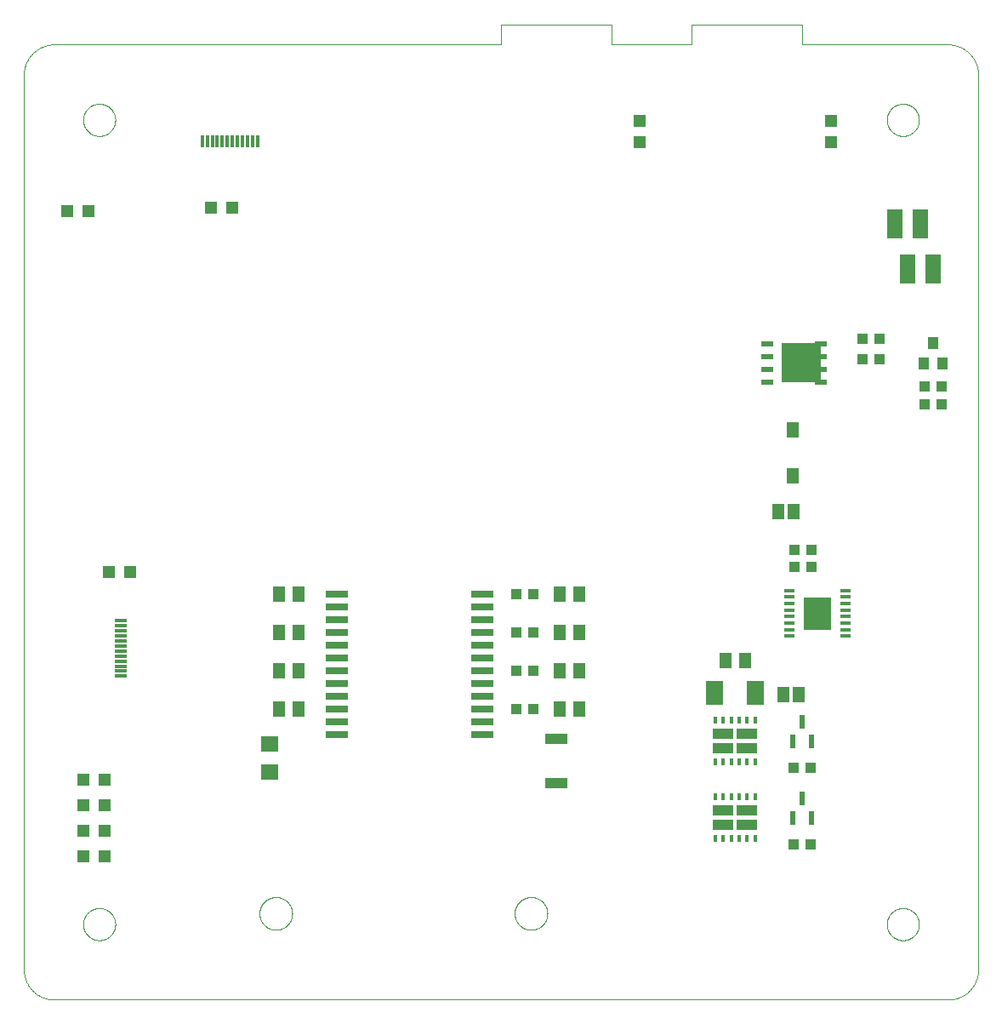
<source format=gtp>
G75*
%MOIN*%
%OFA0B0*%
%FSLAX25Y25*%
%IPPOS*%
%LPD*%
%AMOC8*
5,1,8,0,0,1.08239X$1,22.5*
%
%ADD10C,0.00000*%
%ADD11R,0.07087X0.06299*%
%ADD12R,0.04331X0.03937*%
%ADD13R,0.05118X0.05906*%
%ADD14R,0.02362X0.05630*%
%ADD15R,0.07087X0.09449*%
%ADD16R,0.03937X0.01575*%
%ADD17R,0.10866X0.13110*%
%ADD18R,0.01575X0.02559*%
%ADD19R,0.08268X0.03937*%
%ADD20R,0.04724X0.04724*%
%ADD21R,0.03937X0.05000*%
%ADD22R,0.09016X0.02992*%
%ADD23R,0.09055X0.04134*%
%ADD24R,0.04600X0.06300*%
%ADD25R,0.04724X0.01181*%
%ADD26R,0.01181X0.04724*%
%ADD27R,0.05000X0.02402*%
%ADD28R,0.15394X0.15394*%
%ADD29R,0.05906X0.11811*%
D10*
X0056111Y0063050D02*
X0406505Y0063050D01*
X0406790Y0063053D01*
X0407076Y0063064D01*
X0407361Y0063081D01*
X0407645Y0063105D01*
X0407929Y0063136D01*
X0408212Y0063174D01*
X0408493Y0063219D01*
X0408774Y0063270D01*
X0409054Y0063328D01*
X0409332Y0063393D01*
X0409608Y0063465D01*
X0409882Y0063543D01*
X0410155Y0063628D01*
X0410425Y0063720D01*
X0410693Y0063818D01*
X0410959Y0063922D01*
X0411222Y0064033D01*
X0411482Y0064150D01*
X0411740Y0064273D01*
X0411994Y0064403D01*
X0412245Y0064539D01*
X0412493Y0064680D01*
X0412737Y0064828D01*
X0412978Y0064981D01*
X0413214Y0065141D01*
X0413447Y0065306D01*
X0413676Y0065476D01*
X0413901Y0065652D01*
X0414121Y0065834D01*
X0414337Y0066020D01*
X0414548Y0066212D01*
X0414755Y0066409D01*
X0414957Y0066611D01*
X0415154Y0066818D01*
X0415346Y0067029D01*
X0415532Y0067245D01*
X0415714Y0067465D01*
X0415890Y0067690D01*
X0416060Y0067919D01*
X0416225Y0068152D01*
X0416385Y0068388D01*
X0416538Y0068629D01*
X0416686Y0068873D01*
X0416827Y0069121D01*
X0416963Y0069372D01*
X0417093Y0069626D01*
X0417216Y0069884D01*
X0417333Y0070144D01*
X0417444Y0070407D01*
X0417548Y0070673D01*
X0417646Y0070941D01*
X0417738Y0071211D01*
X0417823Y0071484D01*
X0417901Y0071758D01*
X0417973Y0072034D01*
X0418038Y0072312D01*
X0418096Y0072592D01*
X0418147Y0072873D01*
X0418192Y0073154D01*
X0418230Y0073437D01*
X0418261Y0073721D01*
X0418285Y0074005D01*
X0418302Y0074290D01*
X0418313Y0074576D01*
X0418316Y0074861D01*
X0418316Y0425255D01*
X0418313Y0425540D01*
X0418302Y0425826D01*
X0418285Y0426111D01*
X0418261Y0426395D01*
X0418230Y0426679D01*
X0418192Y0426962D01*
X0418147Y0427243D01*
X0418096Y0427524D01*
X0418038Y0427804D01*
X0417973Y0428082D01*
X0417901Y0428358D01*
X0417823Y0428632D01*
X0417738Y0428905D01*
X0417646Y0429175D01*
X0417548Y0429443D01*
X0417444Y0429709D01*
X0417333Y0429972D01*
X0417216Y0430232D01*
X0417093Y0430490D01*
X0416963Y0430744D01*
X0416827Y0430995D01*
X0416686Y0431243D01*
X0416538Y0431487D01*
X0416385Y0431728D01*
X0416225Y0431964D01*
X0416060Y0432197D01*
X0415890Y0432426D01*
X0415714Y0432651D01*
X0415532Y0432871D01*
X0415346Y0433087D01*
X0415154Y0433298D01*
X0414957Y0433505D01*
X0414755Y0433707D01*
X0414548Y0433904D01*
X0414337Y0434096D01*
X0414121Y0434282D01*
X0413901Y0434464D01*
X0413676Y0434640D01*
X0413447Y0434810D01*
X0413214Y0434975D01*
X0412978Y0435135D01*
X0412737Y0435288D01*
X0412493Y0435436D01*
X0412245Y0435577D01*
X0411994Y0435713D01*
X0411740Y0435843D01*
X0411482Y0435966D01*
X0411222Y0436083D01*
X0410959Y0436194D01*
X0410693Y0436298D01*
X0410425Y0436396D01*
X0410155Y0436488D01*
X0409882Y0436573D01*
X0409608Y0436651D01*
X0409332Y0436723D01*
X0409054Y0436788D01*
X0408774Y0436846D01*
X0408493Y0436897D01*
X0408212Y0436942D01*
X0407929Y0436980D01*
X0407645Y0437011D01*
X0407361Y0437035D01*
X0407076Y0437052D01*
X0406790Y0437063D01*
X0406505Y0437066D01*
X0349418Y0437066D01*
X0349418Y0444940D01*
X0306111Y0444940D01*
X0306111Y0437066D01*
X0274615Y0437066D01*
X0274615Y0444940D01*
X0231308Y0444940D01*
X0231308Y0437066D01*
X0056111Y0437066D01*
X0055826Y0437063D01*
X0055540Y0437052D01*
X0055255Y0437035D01*
X0054971Y0437011D01*
X0054687Y0436980D01*
X0054404Y0436942D01*
X0054123Y0436897D01*
X0053842Y0436846D01*
X0053562Y0436788D01*
X0053284Y0436723D01*
X0053008Y0436651D01*
X0052734Y0436573D01*
X0052461Y0436488D01*
X0052191Y0436396D01*
X0051923Y0436298D01*
X0051657Y0436194D01*
X0051394Y0436083D01*
X0051134Y0435966D01*
X0050876Y0435843D01*
X0050622Y0435713D01*
X0050371Y0435577D01*
X0050123Y0435436D01*
X0049879Y0435288D01*
X0049638Y0435135D01*
X0049402Y0434975D01*
X0049169Y0434810D01*
X0048940Y0434640D01*
X0048715Y0434464D01*
X0048495Y0434282D01*
X0048279Y0434096D01*
X0048068Y0433904D01*
X0047861Y0433707D01*
X0047659Y0433505D01*
X0047462Y0433298D01*
X0047270Y0433087D01*
X0047084Y0432871D01*
X0046902Y0432651D01*
X0046726Y0432426D01*
X0046556Y0432197D01*
X0046391Y0431964D01*
X0046231Y0431728D01*
X0046078Y0431487D01*
X0045930Y0431243D01*
X0045789Y0430995D01*
X0045653Y0430744D01*
X0045523Y0430490D01*
X0045400Y0430232D01*
X0045283Y0429972D01*
X0045172Y0429709D01*
X0045068Y0429443D01*
X0044970Y0429175D01*
X0044878Y0428905D01*
X0044793Y0428632D01*
X0044715Y0428358D01*
X0044643Y0428082D01*
X0044578Y0427804D01*
X0044520Y0427524D01*
X0044469Y0427243D01*
X0044424Y0426962D01*
X0044386Y0426679D01*
X0044355Y0426395D01*
X0044331Y0426111D01*
X0044314Y0425826D01*
X0044303Y0425540D01*
X0044300Y0425255D01*
X0044300Y0074861D01*
X0044303Y0074576D01*
X0044314Y0074290D01*
X0044331Y0074005D01*
X0044355Y0073721D01*
X0044386Y0073437D01*
X0044424Y0073154D01*
X0044469Y0072873D01*
X0044520Y0072592D01*
X0044578Y0072312D01*
X0044643Y0072034D01*
X0044715Y0071758D01*
X0044793Y0071484D01*
X0044878Y0071211D01*
X0044970Y0070941D01*
X0045068Y0070673D01*
X0045172Y0070407D01*
X0045283Y0070144D01*
X0045400Y0069884D01*
X0045523Y0069626D01*
X0045653Y0069372D01*
X0045789Y0069121D01*
X0045930Y0068873D01*
X0046078Y0068629D01*
X0046231Y0068388D01*
X0046391Y0068152D01*
X0046556Y0067919D01*
X0046726Y0067690D01*
X0046902Y0067465D01*
X0047084Y0067245D01*
X0047270Y0067029D01*
X0047462Y0066818D01*
X0047659Y0066611D01*
X0047861Y0066409D01*
X0048068Y0066212D01*
X0048279Y0066020D01*
X0048495Y0065834D01*
X0048715Y0065652D01*
X0048940Y0065476D01*
X0049169Y0065306D01*
X0049402Y0065141D01*
X0049638Y0064981D01*
X0049879Y0064828D01*
X0050123Y0064680D01*
X0050371Y0064539D01*
X0050622Y0064403D01*
X0050876Y0064273D01*
X0051134Y0064150D01*
X0051394Y0064033D01*
X0051657Y0063922D01*
X0051923Y0063818D01*
X0052191Y0063720D01*
X0052461Y0063628D01*
X0052734Y0063543D01*
X0053008Y0063465D01*
X0053284Y0063393D01*
X0053562Y0063328D01*
X0053842Y0063270D01*
X0054123Y0063219D01*
X0054404Y0063174D01*
X0054687Y0063136D01*
X0054971Y0063105D01*
X0055255Y0063081D01*
X0055540Y0063064D01*
X0055826Y0063053D01*
X0056111Y0063050D01*
X0067529Y0092578D02*
X0067531Y0092736D01*
X0067537Y0092894D01*
X0067547Y0093052D01*
X0067561Y0093210D01*
X0067579Y0093367D01*
X0067600Y0093524D01*
X0067626Y0093680D01*
X0067656Y0093836D01*
X0067689Y0093991D01*
X0067727Y0094144D01*
X0067768Y0094297D01*
X0067813Y0094449D01*
X0067862Y0094600D01*
X0067915Y0094749D01*
X0067971Y0094897D01*
X0068031Y0095043D01*
X0068095Y0095188D01*
X0068163Y0095331D01*
X0068234Y0095473D01*
X0068308Y0095613D01*
X0068386Y0095750D01*
X0068468Y0095886D01*
X0068552Y0096020D01*
X0068641Y0096151D01*
X0068732Y0096280D01*
X0068827Y0096407D01*
X0068924Y0096532D01*
X0069025Y0096654D01*
X0069129Y0096773D01*
X0069236Y0096890D01*
X0069346Y0097004D01*
X0069459Y0097115D01*
X0069574Y0097224D01*
X0069692Y0097329D01*
X0069813Y0097431D01*
X0069936Y0097531D01*
X0070062Y0097627D01*
X0070190Y0097720D01*
X0070320Y0097810D01*
X0070453Y0097896D01*
X0070588Y0097980D01*
X0070724Y0098059D01*
X0070863Y0098136D01*
X0071004Y0098208D01*
X0071146Y0098278D01*
X0071290Y0098343D01*
X0071436Y0098405D01*
X0071583Y0098463D01*
X0071732Y0098518D01*
X0071882Y0098569D01*
X0072033Y0098616D01*
X0072185Y0098659D01*
X0072338Y0098698D01*
X0072493Y0098734D01*
X0072648Y0098765D01*
X0072804Y0098793D01*
X0072960Y0098817D01*
X0073117Y0098837D01*
X0073275Y0098853D01*
X0073432Y0098865D01*
X0073591Y0098873D01*
X0073749Y0098877D01*
X0073907Y0098877D01*
X0074065Y0098873D01*
X0074224Y0098865D01*
X0074381Y0098853D01*
X0074539Y0098837D01*
X0074696Y0098817D01*
X0074852Y0098793D01*
X0075008Y0098765D01*
X0075163Y0098734D01*
X0075318Y0098698D01*
X0075471Y0098659D01*
X0075623Y0098616D01*
X0075774Y0098569D01*
X0075924Y0098518D01*
X0076073Y0098463D01*
X0076220Y0098405D01*
X0076366Y0098343D01*
X0076510Y0098278D01*
X0076652Y0098208D01*
X0076793Y0098136D01*
X0076932Y0098059D01*
X0077068Y0097980D01*
X0077203Y0097896D01*
X0077336Y0097810D01*
X0077466Y0097720D01*
X0077594Y0097627D01*
X0077720Y0097531D01*
X0077843Y0097431D01*
X0077964Y0097329D01*
X0078082Y0097224D01*
X0078197Y0097115D01*
X0078310Y0097004D01*
X0078420Y0096890D01*
X0078527Y0096773D01*
X0078631Y0096654D01*
X0078732Y0096532D01*
X0078829Y0096407D01*
X0078924Y0096280D01*
X0079015Y0096151D01*
X0079104Y0096020D01*
X0079188Y0095886D01*
X0079270Y0095750D01*
X0079348Y0095613D01*
X0079422Y0095473D01*
X0079493Y0095331D01*
X0079561Y0095188D01*
X0079625Y0095043D01*
X0079685Y0094897D01*
X0079741Y0094749D01*
X0079794Y0094600D01*
X0079843Y0094449D01*
X0079888Y0094297D01*
X0079929Y0094144D01*
X0079967Y0093991D01*
X0080000Y0093836D01*
X0080030Y0093680D01*
X0080056Y0093524D01*
X0080077Y0093367D01*
X0080095Y0093210D01*
X0080109Y0093052D01*
X0080119Y0092894D01*
X0080125Y0092736D01*
X0080127Y0092578D01*
X0080125Y0092420D01*
X0080119Y0092262D01*
X0080109Y0092104D01*
X0080095Y0091946D01*
X0080077Y0091789D01*
X0080056Y0091632D01*
X0080030Y0091476D01*
X0080000Y0091320D01*
X0079967Y0091165D01*
X0079929Y0091012D01*
X0079888Y0090859D01*
X0079843Y0090707D01*
X0079794Y0090556D01*
X0079741Y0090407D01*
X0079685Y0090259D01*
X0079625Y0090113D01*
X0079561Y0089968D01*
X0079493Y0089825D01*
X0079422Y0089683D01*
X0079348Y0089543D01*
X0079270Y0089406D01*
X0079188Y0089270D01*
X0079104Y0089136D01*
X0079015Y0089005D01*
X0078924Y0088876D01*
X0078829Y0088749D01*
X0078732Y0088624D01*
X0078631Y0088502D01*
X0078527Y0088383D01*
X0078420Y0088266D01*
X0078310Y0088152D01*
X0078197Y0088041D01*
X0078082Y0087932D01*
X0077964Y0087827D01*
X0077843Y0087725D01*
X0077720Y0087625D01*
X0077594Y0087529D01*
X0077466Y0087436D01*
X0077336Y0087346D01*
X0077203Y0087260D01*
X0077068Y0087176D01*
X0076932Y0087097D01*
X0076793Y0087020D01*
X0076652Y0086948D01*
X0076510Y0086878D01*
X0076366Y0086813D01*
X0076220Y0086751D01*
X0076073Y0086693D01*
X0075924Y0086638D01*
X0075774Y0086587D01*
X0075623Y0086540D01*
X0075471Y0086497D01*
X0075318Y0086458D01*
X0075163Y0086422D01*
X0075008Y0086391D01*
X0074852Y0086363D01*
X0074696Y0086339D01*
X0074539Y0086319D01*
X0074381Y0086303D01*
X0074224Y0086291D01*
X0074065Y0086283D01*
X0073907Y0086279D01*
X0073749Y0086279D01*
X0073591Y0086283D01*
X0073432Y0086291D01*
X0073275Y0086303D01*
X0073117Y0086319D01*
X0072960Y0086339D01*
X0072804Y0086363D01*
X0072648Y0086391D01*
X0072493Y0086422D01*
X0072338Y0086458D01*
X0072185Y0086497D01*
X0072033Y0086540D01*
X0071882Y0086587D01*
X0071732Y0086638D01*
X0071583Y0086693D01*
X0071436Y0086751D01*
X0071290Y0086813D01*
X0071146Y0086878D01*
X0071004Y0086948D01*
X0070863Y0087020D01*
X0070724Y0087097D01*
X0070588Y0087176D01*
X0070453Y0087260D01*
X0070320Y0087346D01*
X0070190Y0087436D01*
X0070062Y0087529D01*
X0069936Y0087625D01*
X0069813Y0087725D01*
X0069692Y0087827D01*
X0069574Y0087932D01*
X0069459Y0088041D01*
X0069346Y0088152D01*
X0069236Y0088266D01*
X0069129Y0088383D01*
X0069025Y0088502D01*
X0068924Y0088624D01*
X0068827Y0088749D01*
X0068732Y0088876D01*
X0068641Y0089005D01*
X0068552Y0089136D01*
X0068468Y0089270D01*
X0068386Y0089406D01*
X0068308Y0089543D01*
X0068234Y0089683D01*
X0068163Y0089825D01*
X0068095Y0089968D01*
X0068031Y0090113D01*
X0067971Y0090259D01*
X0067915Y0090407D01*
X0067862Y0090556D01*
X0067813Y0090707D01*
X0067768Y0090859D01*
X0067727Y0091012D01*
X0067689Y0091165D01*
X0067656Y0091320D01*
X0067626Y0091476D01*
X0067600Y0091632D01*
X0067579Y0091789D01*
X0067561Y0091946D01*
X0067547Y0092104D01*
X0067537Y0092262D01*
X0067531Y0092420D01*
X0067529Y0092578D01*
X0136652Y0096770D02*
X0136654Y0096930D01*
X0136660Y0097089D01*
X0136670Y0097248D01*
X0136684Y0097407D01*
X0136702Y0097566D01*
X0136723Y0097724D01*
X0136749Y0097881D01*
X0136779Y0098038D01*
X0136812Y0098194D01*
X0136850Y0098349D01*
X0136891Y0098503D01*
X0136936Y0098656D01*
X0136985Y0098808D01*
X0137038Y0098958D01*
X0137094Y0099107D01*
X0137154Y0099255D01*
X0137218Y0099401D01*
X0137286Y0099546D01*
X0137357Y0099689D01*
X0137431Y0099830D01*
X0137509Y0099969D01*
X0137591Y0100106D01*
X0137676Y0100241D01*
X0137764Y0100374D01*
X0137855Y0100505D01*
X0137950Y0100633D01*
X0138048Y0100759D01*
X0138149Y0100883D01*
X0138253Y0101003D01*
X0138360Y0101122D01*
X0138470Y0101237D01*
X0138583Y0101350D01*
X0138698Y0101460D01*
X0138817Y0101567D01*
X0138937Y0101671D01*
X0139061Y0101772D01*
X0139187Y0101870D01*
X0139315Y0101965D01*
X0139446Y0102056D01*
X0139579Y0102144D01*
X0139714Y0102229D01*
X0139851Y0102311D01*
X0139990Y0102389D01*
X0140131Y0102463D01*
X0140274Y0102534D01*
X0140419Y0102602D01*
X0140565Y0102666D01*
X0140713Y0102726D01*
X0140862Y0102782D01*
X0141012Y0102835D01*
X0141164Y0102884D01*
X0141317Y0102929D01*
X0141471Y0102970D01*
X0141626Y0103008D01*
X0141782Y0103041D01*
X0141939Y0103071D01*
X0142096Y0103097D01*
X0142254Y0103118D01*
X0142413Y0103136D01*
X0142572Y0103150D01*
X0142731Y0103160D01*
X0142890Y0103166D01*
X0143050Y0103168D01*
X0143210Y0103166D01*
X0143369Y0103160D01*
X0143528Y0103150D01*
X0143687Y0103136D01*
X0143846Y0103118D01*
X0144004Y0103097D01*
X0144161Y0103071D01*
X0144318Y0103041D01*
X0144474Y0103008D01*
X0144629Y0102970D01*
X0144783Y0102929D01*
X0144936Y0102884D01*
X0145088Y0102835D01*
X0145238Y0102782D01*
X0145387Y0102726D01*
X0145535Y0102666D01*
X0145681Y0102602D01*
X0145826Y0102534D01*
X0145969Y0102463D01*
X0146110Y0102389D01*
X0146249Y0102311D01*
X0146386Y0102229D01*
X0146521Y0102144D01*
X0146654Y0102056D01*
X0146785Y0101965D01*
X0146913Y0101870D01*
X0147039Y0101772D01*
X0147163Y0101671D01*
X0147283Y0101567D01*
X0147402Y0101460D01*
X0147517Y0101350D01*
X0147630Y0101237D01*
X0147740Y0101122D01*
X0147847Y0101003D01*
X0147951Y0100883D01*
X0148052Y0100759D01*
X0148150Y0100633D01*
X0148245Y0100505D01*
X0148336Y0100374D01*
X0148424Y0100241D01*
X0148509Y0100106D01*
X0148591Y0099969D01*
X0148669Y0099830D01*
X0148743Y0099689D01*
X0148814Y0099546D01*
X0148882Y0099401D01*
X0148946Y0099255D01*
X0149006Y0099107D01*
X0149062Y0098958D01*
X0149115Y0098808D01*
X0149164Y0098656D01*
X0149209Y0098503D01*
X0149250Y0098349D01*
X0149288Y0098194D01*
X0149321Y0098038D01*
X0149351Y0097881D01*
X0149377Y0097724D01*
X0149398Y0097566D01*
X0149416Y0097407D01*
X0149430Y0097248D01*
X0149440Y0097089D01*
X0149446Y0096930D01*
X0149448Y0096770D01*
X0149446Y0096610D01*
X0149440Y0096451D01*
X0149430Y0096292D01*
X0149416Y0096133D01*
X0149398Y0095974D01*
X0149377Y0095816D01*
X0149351Y0095659D01*
X0149321Y0095502D01*
X0149288Y0095346D01*
X0149250Y0095191D01*
X0149209Y0095037D01*
X0149164Y0094884D01*
X0149115Y0094732D01*
X0149062Y0094582D01*
X0149006Y0094433D01*
X0148946Y0094285D01*
X0148882Y0094139D01*
X0148814Y0093994D01*
X0148743Y0093851D01*
X0148669Y0093710D01*
X0148591Y0093571D01*
X0148509Y0093434D01*
X0148424Y0093299D01*
X0148336Y0093166D01*
X0148245Y0093035D01*
X0148150Y0092907D01*
X0148052Y0092781D01*
X0147951Y0092657D01*
X0147847Y0092537D01*
X0147740Y0092418D01*
X0147630Y0092303D01*
X0147517Y0092190D01*
X0147402Y0092080D01*
X0147283Y0091973D01*
X0147163Y0091869D01*
X0147039Y0091768D01*
X0146913Y0091670D01*
X0146785Y0091575D01*
X0146654Y0091484D01*
X0146521Y0091396D01*
X0146386Y0091311D01*
X0146249Y0091229D01*
X0146110Y0091151D01*
X0145969Y0091077D01*
X0145826Y0091006D01*
X0145681Y0090938D01*
X0145535Y0090874D01*
X0145387Y0090814D01*
X0145238Y0090758D01*
X0145088Y0090705D01*
X0144936Y0090656D01*
X0144783Y0090611D01*
X0144629Y0090570D01*
X0144474Y0090532D01*
X0144318Y0090499D01*
X0144161Y0090469D01*
X0144004Y0090443D01*
X0143846Y0090422D01*
X0143687Y0090404D01*
X0143528Y0090390D01*
X0143369Y0090380D01*
X0143210Y0090374D01*
X0143050Y0090372D01*
X0142890Y0090374D01*
X0142731Y0090380D01*
X0142572Y0090390D01*
X0142413Y0090404D01*
X0142254Y0090422D01*
X0142096Y0090443D01*
X0141939Y0090469D01*
X0141782Y0090499D01*
X0141626Y0090532D01*
X0141471Y0090570D01*
X0141317Y0090611D01*
X0141164Y0090656D01*
X0141012Y0090705D01*
X0140862Y0090758D01*
X0140713Y0090814D01*
X0140565Y0090874D01*
X0140419Y0090938D01*
X0140274Y0091006D01*
X0140131Y0091077D01*
X0139990Y0091151D01*
X0139851Y0091229D01*
X0139714Y0091311D01*
X0139579Y0091396D01*
X0139446Y0091484D01*
X0139315Y0091575D01*
X0139187Y0091670D01*
X0139061Y0091768D01*
X0138937Y0091869D01*
X0138817Y0091973D01*
X0138698Y0092080D01*
X0138583Y0092190D01*
X0138470Y0092303D01*
X0138360Y0092418D01*
X0138253Y0092537D01*
X0138149Y0092657D01*
X0138048Y0092781D01*
X0137950Y0092907D01*
X0137855Y0093035D01*
X0137764Y0093166D01*
X0137676Y0093299D01*
X0137591Y0093434D01*
X0137509Y0093571D01*
X0137431Y0093710D01*
X0137357Y0093851D01*
X0137286Y0093994D01*
X0137218Y0094139D01*
X0137154Y0094285D01*
X0137094Y0094433D01*
X0137038Y0094582D01*
X0136985Y0094732D01*
X0136936Y0094884D01*
X0136891Y0095037D01*
X0136850Y0095191D01*
X0136812Y0095346D01*
X0136779Y0095502D01*
X0136749Y0095659D01*
X0136723Y0095816D01*
X0136702Y0095974D01*
X0136684Y0096133D01*
X0136670Y0096292D01*
X0136660Y0096451D01*
X0136654Y0096610D01*
X0136652Y0096770D01*
X0236652Y0096770D02*
X0236654Y0096930D01*
X0236660Y0097089D01*
X0236670Y0097248D01*
X0236684Y0097407D01*
X0236702Y0097566D01*
X0236723Y0097724D01*
X0236749Y0097881D01*
X0236779Y0098038D01*
X0236812Y0098194D01*
X0236850Y0098349D01*
X0236891Y0098503D01*
X0236936Y0098656D01*
X0236985Y0098808D01*
X0237038Y0098958D01*
X0237094Y0099107D01*
X0237154Y0099255D01*
X0237218Y0099401D01*
X0237286Y0099546D01*
X0237357Y0099689D01*
X0237431Y0099830D01*
X0237509Y0099969D01*
X0237591Y0100106D01*
X0237676Y0100241D01*
X0237764Y0100374D01*
X0237855Y0100505D01*
X0237950Y0100633D01*
X0238048Y0100759D01*
X0238149Y0100883D01*
X0238253Y0101003D01*
X0238360Y0101122D01*
X0238470Y0101237D01*
X0238583Y0101350D01*
X0238698Y0101460D01*
X0238817Y0101567D01*
X0238937Y0101671D01*
X0239061Y0101772D01*
X0239187Y0101870D01*
X0239315Y0101965D01*
X0239446Y0102056D01*
X0239579Y0102144D01*
X0239714Y0102229D01*
X0239851Y0102311D01*
X0239990Y0102389D01*
X0240131Y0102463D01*
X0240274Y0102534D01*
X0240419Y0102602D01*
X0240565Y0102666D01*
X0240713Y0102726D01*
X0240862Y0102782D01*
X0241012Y0102835D01*
X0241164Y0102884D01*
X0241317Y0102929D01*
X0241471Y0102970D01*
X0241626Y0103008D01*
X0241782Y0103041D01*
X0241939Y0103071D01*
X0242096Y0103097D01*
X0242254Y0103118D01*
X0242413Y0103136D01*
X0242572Y0103150D01*
X0242731Y0103160D01*
X0242890Y0103166D01*
X0243050Y0103168D01*
X0243210Y0103166D01*
X0243369Y0103160D01*
X0243528Y0103150D01*
X0243687Y0103136D01*
X0243846Y0103118D01*
X0244004Y0103097D01*
X0244161Y0103071D01*
X0244318Y0103041D01*
X0244474Y0103008D01*
X0244629Y0102970D01*
X0244783Y0102929D01*
X0244936Y0102884D01*
X0245088Y0102835D01*
X0245238Y0102782D01*
X0245387Y0102726D01*
X0245535Y0102666D01*
X0245681Y0102602D01*
X0245826Y0102534D01*
X0245969Y0102463D01*
X0246110Y0102389D01*
X0246249Y0102311D01*
X0246386Y0102229D01*
X0246521Y0102144D01*
X0246654Y0102056D01*
X0246785Y0101965D01*
X0246913Y0101870D01*
X0247039Y0101772D01*
X0247163Y0101671D01*
X0247283Y0101567D01*
X0247402Y0101460D01*
X0247517Y0101350D01*
X0247630Y0101237D01*
X0247740Y0101122D01*
X0247847Y0101003D01*
X0247951Y0100883D01*
X0248052Y0100759D01*
X0248150Y0100633D01*
X0248245Y0100505D01*
X0248336Y0100374D01*
X0248424Y0100241D01*
X0248509Y0100106D01*
X0248591Y0099969D01*
X0248669Y0099830D01*
X0248743Y0099689D01*
X0248814Y0099546D01*
X0248882Y0099401D01*
X0248946Y0099255D01*
X0249006Y0099107D01*
X0249062Y0098958D01*
X0249115Y0098808D01*
X0249164Y0098656D01*
X0249209Y0098503D01*
X0249250Y0098349D01*
X0249288Y0098194D01*
X0249321Y0098038D01*
X0249351Y0097881D01*
X0249377Y0097724D01*
X0249398Y0097566D01*
X0249416Y0097407D01*
X0249430Y0097248D01*
X0249440Y0097089D01*
X0249446Y0096930D01*
X0249448Y0096770D01*
X0249446Y0096610D01*
X0249440Y0096451D01*
X0249430Y0096292D01*
X0249416Y0096133D01*
X0249398Y0095974D01*
X0249377Y0095816D01*
X0249351Y0095659D01*
X0249321Y0095502D01*
X0249288Y0095346D01*
X0249250Y0095191D01*
X0249209Y0095037D01*
X0249164Y0094884D01*
X0249115Y0094732D01*
X0249062Y0094582D01*
X0249006Y0094433D01*
X0248946Y0094285D01*
X0248882Y0094139D01*
X0248814Y0093994D01*
X0248743Y0093851D01*
X0248669Y0093710D01*
X0248591Y0093571D01*
X0248509Y0093434D01*
X0248424Y0093299D01*
X0248336Y0093166D01*
X0248245Y0093035D01*
X0248150Y0092907D01*
X0248052Y0092781D01*
X0247951Y0092657D01*
X0247847Y0092537D01*
X0247740Y0092418D01*
X0247630Y0092303D01*
X0247517Y0092190D01*
X0247402Y0092080D01*
X0247283Y0091973D01*
X0247163Y0091869D01*
X0247039Y0091768D01*
X0246913Y0091670D01*
X0246785Y0091575D01*
X0246654Y0091484D01*
X0246521Y0091396D01*
X0246386Y0091311D01*
X0246249Y0091229D01*
X0246110Y0091151D01*
X0245969Y0091077D01*
X0245826Y0091006D01*
X0245681Y0090938D01*
X0245535Y0090874D01*
X0245387Y0090814D01*
X0245238Y0090758D01*
X0245088Y0090705D01*
X0244936Y0090656D01*
X0244783Y0090611D01*
X0244629Y0090570D01*
X0244474Y0090532D01*
X0244318Y0090499D01*
X0244161Y0090469D01*
X0244004Y0090443D01*
X0243846Y0090422D01*
X0243687Y0090404D01*
X0243528Y0090390D01*
X0243369Y0090380D01*
X0243210Y0090374D01*
X0243050Y0090372D01*
X0242890Y0090374D01*
X0242731Y0090380D01*
X0242572Y0090390D01*
X0242413Y0090404D01*
X0242254Y0090422D01*
X0242096Y0090443D01*
X0241939Y0090469D01*
X0241782Y0090499D01*
X0241626Y0090532D01*
X0241471Y0090570D01*
X0241317Y0090611D01*
X0241164Y0090656D01*
X0241012Y0090705D01*
X0240862Y0090758D01*
X0240713Y0090814D01*
X0240565Y0090874D01*
X0240419Y0090938D01*
X0240274Y0091006D01*
X0240131Y0091077D01*
X0239990Y0091151D01*
X0239851Y0091229D01*
X0239714Y0091311D01*
X0239579Y0091396D01*
X0239446Y0091484D01*
X0239315Y0091575D01*
X0239187Y0091670D01*
X0239061Y0091768D01*
X0238937Y0091869D01*
X0238817Y0091973D01*
X0238698Y0092080D01*
X0238583Y0092190D01*
X0238470Y0092303D01*
X0238360Y0092418D01*
X0238253Y0092537D01*
X0238149Y0092657D01*
X0238048Y0092781D01*
X0237950Y0092907D01*
X0237855Y0093035D01*
X0237764Y0093166D01*
X0237676Y0093299D01*
X0237591Y0093434D01*
X0237509Y0093571D01*
X0237431Y0093710D01*
X0237357Y0093851D01*
X0237286Y0093994D01*
X0237218Y0094139D01*
X0237154Y0094285D01*
X0237094Y0094433D01*
X0237038Y0094582D01*
X0236985Y0094732D01*
X0236936Y0094884D01*
X0236891Y0095037D01*
X0236850Y0095191D01*
X0236812Y0095346D01*
X0236779Y0095502D01*
X0236749Y0095659D01*
X0236723Y0095816D01*
X0236702Y0095974D01*
X0236684Y0096133D01*
X0236670Y0096292D01*
X0236660Y0096451D01*
X0236654Y0096610D01*
X0236652Y0096770D01*
X0382489Y0092578D02*
X0382491Y0092736D01*
X0382497Y0092894D01*
X0382507Y0093052D01*
X0382521Y0093210D01*
X0382539Y0093367D01*
X0382560Y0093524D01*
X0382586Y0093680D01*
X0382616Y0093836D01*
X0382649Y0093991D01*
X0382687Y0094144D01*
X0382728Y0094297D01*
X0382773Y0094449D01*
X0382822Y0094600D01*
X0382875Y0094749D01*
X0382931Y0094897D01*
X0382991Y0095043D01*
X0383055Y0095188D01*
X0383123Y0095331D01*
X0383194Y0095473D01*
X0383268Y0095613D01*
X0383346Y0095750D01*
X0383428Y0095886D01*
X0383512Y0096020D01*
X0383601Y0096151D01*
X0383692Y0096280D01*
X0383787Y0096407D01*
X0383884Y0096532D01*
X0383985Y0096654D01*
X0384089Y0096773D01*
X0384196Y0096890D01*
X0384306Y0097004D01*
X0384419Y0097115D01*
X0384534Y0097224D01*
X0384652Y0097329D01*
X0384773Y0097431D01*
X0384896Y0097531D01*
X0385022Y0097627D01*
X0385150Y0097720D01*
X0385280Y0097810D01*
X0385413Y0097896D01*
X0385548Y0097980D01*
X0385684Y0098059D01*
X0385823Y0098136D01*
X0385964Y0098208D01*
X0386106Y0098278D01*
X0386250Y0098343D01*
X0386396Y0098405D01*
X0386543Y0098463D01*
X0386692Y0098518D01*
X0386842Y0098569D01*
X0386993Y0098616D01*
X0387145Y0098659D01*
X0387298Y0098698D01*
X0387453Y0098734D01*
X0387608Y0098765D01*
X0387764Y0098793D01*
X0387920Y0098817D01*
X0388077Y0098837D01*
X0388235Y0098853D01*
X0388392Y0098865D01*
X0388551Y0098873D01*
X0388709Y0098877D01*
X0388867Y0098877D01*
X0389025Y0098873D01*
X0389184Y0098865D01*
X0389341Y0098853D01*
X0389499Y0098837D01*
X0389656Y0098817D01*
X0389812Y0098793D01*
X0389968Y0098765D01*
X0390123Y0098734D01*
X0390278Y0098698D01*
X0390431Y0098659D01*
X0390583Y0098616D01*
X0390734Y0098569D01*
X0390884Y0098518D01*
X0391033Y0098463D01*
X0391180Y0098405D01*
X0391326Y0098343D01*
X0391470Y0098278D01*
X0391612Y0098208D01*
X0391753Y0098136D01*
X0391892Y0098059D01*
X0392028Y0097980D01*
X0392163Y0097896D01*
X0392296Y0097810D01*
X0392426Y0097720D01*
X0392554Y0097627D01*
X0392680Y0097531D01*
X0392803Y0097431D01*
X0392924Y0097329D01*
X0393042Y0097224D01*
X0393157Y0097115D01*
X0393270Y0097004D01*
X0393380Y0096890D01*
X0393487Y0096773D01*
X0393591Y0096654D01*
X0393692Y0096532D01*
X0393789Y0096407D01*
X0393884Y0096280D01*
X0393975Y0096151D01*
X0394064Y0096020D01*
X0394148Y0095886D01*
X0394230Y0095750D01*
X0394308Y0095613D01*
X0394382Y0095473D01*
X0394453Y0095331D01*
X0394521Y0095188D01*
X0394585Y0095043D01*
X0394645Y0094897D01*
X0394701Y0094749D01*
X0394754Y0094600D01*
X0394803Y0094449D01*
X0394848Y0094297D01*
X0394889Y0094144D01*
X0394927Y0093991D01*
X0394960Y0093836D01*
X0394990Y0093680D01*
X0395016Y0093524D01*
X0395037Y0093367D01*
X0395055Y0093210D01*
X0395069Y0093052D01*
X0395079Y0092894D01*
X0395085Y0092736D01*
X0395087Y0092578D01*
X0395085Y0092420D01*
X0395079Y0092262D01*
X0395069Y0092104D01*
X0395055Y0091946D01*
X0395037Y0091789D01*
X0395016Y0091632D01*
X0394990Y0091476D01*
X0394960Y0091320D01*
X0394927Y0091165D01*
X0394889Y0091012D01*
X0394848Y0090859D01*
X0394803Y0090707D01*
X0394754Y0090556D01*
X0394701Y0090407D01*
X0394645Y0090259D01*
X0394585Y0090113D01*
X0394521Y0089968D01*
X0394453Y0089825D01*
X0394382Y0089683D01*
X0394308Y0089543D01*
X0394230Y0089406D01*
X0394148Y0089270D01*
X0394064Y0089136D01*
X0393975Y0089005D01*
X0393884Y0088876D01*
X0393789Y0088749D01*
X0393692Y0088624D01*
X0393591Y0088502D01*
X0393487Y0088383D01*
X0393380Y0088266D01*
X0393270Y0088152D01*
X0393157Y0088041D01*
X0393042Y0087932D01*
X0392924Y0087827D01*
X0392803Y0087725D01*
X0392680Y0087625D01*
X0392554Y0087529D01*
X0392426Y0087436D01*
X0392296Y0087346D01*
X0392163Y0087260D01*
X0392028Y0087176D01*
X0391892Y0087097D01*
X0391753Y0087020D01*
X0391612Y0086948D01*
X0391470Y0086878D01*
X0391326Y0086813D01*
X0391180Y0086751D01*
X0391033Y0086693D01*
X0390884Y0086638D01*
X0390734Y0086587D01*
X0390583Y0086540D01*
X0390431Y0086497D01*
X0390278Y0086458D01*
X0390123Y0086422D01*
X0389968Y0086391D01*
X0389812Y0086363D01*
X0389656Y0086339D01*
X0389499Y0086319D01*
X0389341Y0086303D01*
X0389184Y0086291D01*
X0389025Y0086283D01*
X0388867Y0086279D01*
X0388709Y0086279D01*
X0388551Y0086283D01*
X0388392Y0086291D01*
X0388235Y0086303D01*
X0388077Y0086319D01*
X0387920Y0086339D01*
X0387764Y0086363D01*
X0387608Y0086391D01*
X0387453Y0086422D01*
X0387298Y0086458D01*
X0387145Y0086497D01*
X0386993Y0086540D01*
X0386842Y0086587D01*
X0386692Y0086638D01*
X0386543Y0086693D01*
X0386396Y0086751D01*
X0386250Y0086813D01*
X0386106Y0086878D01*
X0385964Y0086948D01*
X0385823Y0087020D01*
X0385684Y0087097D01*
X0385548Y0087176D01*
X0385413Y0087260D01*
X0385280Y0087346D01*
X0385150Y0087436D01*
X0385022Y0087529D01*
X0384896Y0087625D01*
X0384773Y0087725D01*
X0384652Y0087827D01*
X0384534Y0087932D01*
X0384419Y0088041D01*
X0384306Y0088152D01*
X0384196Y0088266D01*
X0384089Y0088383D01*
X0383985Y0088502D01*
X0383884Y0088624D01*
X0383787Y0088749D01*
X0383692Y0088876D01*
X0383601Y0089005D01*
X0383512Y0089136D01*
X0383428Y0089270D01*
X0383346Y0089406D01*
X0383268Y0089543D01*
X0383194Y0089683D01*
X0383123Y0089825D01*
X0383055Y0089968D01*
X0382991Y0090113D01*
X0382931Y0090259D01*
X0382875Y0090407D01*
X0382822Y0090556D01*
X0382773Y0090707D01*
X0382728Y0090859D01*
X0382687Y0091012D01*
X0382649Y0091165D01*
X0382616Y0091320D01*
X0382586Y0091476D01*
X0382560Y0091632D01*
X0382539Y0091789D01*
X0382521Y0091946D01*
X0382507Y0092104D01*
X0382497Y0092262D01*
X0382491Y0092420D01*
X0382489Y0092578D01*
X0382489Y0407538D02*
X0382491Y0407696D01*
X0382497Y0407854D01*
X0382507Y0408012D01*
X0382521Y0408170D01*
X0382539Y0408327D01*
X0382560Y0408484D01*
X0382586Y0408640D01*
X0382616Y0408796D01*
X0382649Y0408951D01*
X0382687Y0409104D01*
X0382728Y0409257D01*
X0382773Y0409409D01*
X0382822Y0409560D01*
X0382875Y0409709D01*
X0382931Y0409857D01*
X0382991Y0410003D01*
X0383055Y0410148D01*
X0383123Y0410291D01*
X0383194Y0410433D01*
X0383268Y0410573D01*
X0383346Y0410710D01*
X0383428Y0410846D01*
X0383512Y0410980D01*
X0383601Y0411111D01*
X0383692Y0411240D01*
X0383787Y0411367D01*
X0383884Y0411492D01*
X0383985Y0411614D01*
X0384089Y0411733D01*
X0384196Y0411850D01*
X0384306Y0411964D01*
X0384419Y0412075D01*
X0384534Y0412184D01*
X0384652Y0412289D01*
X0384773Y0412391D01*
X0384896Y0412491D01*
X0385022Y0412587D01*
X0385150Y0412680D01*
X0385280Y0412770D01*
X0385413Y0412856D01*
X0385548Y0412940D01*
X0385684Y0413019D01*
X0385823Y0413096D01*
X0385964Y0413168D01*
X0386106Y0413238D01*
X0386250Y0413303D01*
X0386396Y0413365D01*
X0386543Y0413423D01*
X0386692Y0413478D01*
X0386842Y0413529D01*
X0386993Y0413576D01*
X0387145Y0413619D01*
X0387298Y0413658D01*
X0387453Y0413694D01*
X0387608Y0413725D01*
X0387764Y0413753D01*
X0387920Y0413777D01*
X0388077Y0413797D01*
X0388235Y0413813D01*
X0388392Y0413825D01*
X0388551Y0413833D01*
X0388709Y0413837D01*
X0388867Y0413837D01*
X0389025Y0413833D01*
X0389184Y0413825D01*
X0389341Y0413813D01*
X0389499Y0413797D01*
X0389656Y0413777D01*
X0389812Y0413753D01*
X0389968Y0413725D01*
X0390123Y0413694D01*
X0390278Y0413658D01*
X0390431Y0413619D01*
X0390583Y0413576D01*
X0390734Y0413529D01*
X0390884Y0413478D01*
X0391033Y0413423D01*
X0391180Y0413365D01*
X0391326Y0413303D01*
X0391470Y0413238D01*
X0391612Y0413168D01*
X0391753Y0413096D01*
X0391892Y0413019D01*
X0392028Y0412940D01*
X0392163Y0412856D01*
X0392296Y0412770D01*
X0392426Y0412680D01*
X0392554Y0412587D01*
X0392680Y0412491D01*
X0392803Y0412391D01*
X0392924Y0412289D01*
X0393042Y0412184D01*
X0393157Y0412075D01*
X0393270Y0411964D01*
X0393380Y0411850D01*
X0393487Y0411733D01*
X0393591Y0411614D01*
X0393692Y0411492D01*
X0393789Y0411367D01*
X0393884Y0411240D01*
X0393975Y0411111D01*
X0394064Y0410980D01*
X0394148Y0410846D01*
X0394230Y0410710D01*
X0394308Y0410573D01*
X0394382Y0410433D01*
X0394453Y0410291D01*
X0394521Y0410148D01*
X0394585Y0410003D01*
X0394645Y0409857D01*
X0394701Y0409709D01*
X0394754Y0409560D01*
X0394803Y0409409D01*
X0394848Y0409257D01*
X0394889Y0409104D01*
X0394927Y0408951D01*
X0394960Y0408796D01*
X0394990Y0408640D01*
X0395016Y0408484D01*
X0395037Y0408327D01*
X0395055Y0408170D01*
X0395069Y0408012D01*
X0395079Y0407854D01*
X0395085Y0407696D01*
X0395087Y0407538D01*
X0395085Y0407380D01*
X0395079Y0407222D01*
X0395069Y0407064D01*
X0395055Y0406906D01*
X0395037Y0406749D01*
X0395016Y0406592D01*
X0394990Y0406436D01*
X0394960Y0406280D01*
X0394927Y0406125D01*
X0394889Y0405972D01*
X0394848Y0405819D01*
X0394803Y0405667D01*
X0394754Y0405516D01*
X0394701Y0405367D01*
X0394645Y0405219D01*
X0394585Y0405073D01*
X0394521Y0404928D01*
X0394453Y0404785D01*
X0394382Y0404643D01*
X0394308Y0404503D01*
X0394230Y0404366D01*
X0394148Y0404230D01*
X0394064Y0404096D01*
X0393975Y0403965D01*
X0393884Y0403836D01*
X0393789Y0403709D01*
X0393692Y0403584D01*
X0393591Y0403462D01*
X0393487Y0403343D01*
X0393380Y0403226D01*
X0393270Y0403112D01*
X0393157Y0403001D01*
X0393042Y0402892D01*
X0392924Y0402787D01*
X0392803Y0402685D01*
X0392680Y0402585D01*
X0392554Y0402489D01*
X0392426Y0402396D01*
X0392296Y0402306D01*
X0392163Y0402220D01*
X0392028Y0402136D01*
X0391892Y0402057D01*
X0391753Y0401980D01*
X0391612Y0401908D01*
X0391470Y0401838D01*
X0391326Y0401773D01*
X0391180Y0401711D01*
X0391033Y0401653D01*
X0390884Y0401598D01*
X0390734Y0401547D01*
X0390583Y0401500D01*
X0390431Y0401457D01*
X0390278Y0401418D01*
X0390123Y0401382D01*
X0389968Y0401351D01*
X0389812Y0401323D01*
X0389656Y0401299D01*
X0389499Y0401279D01*
X0389341Y0401263D01*
X0389184Y0401251D01*
X0389025Y0401243D01*
X0388867Y0401239D01*
X0388709Y0401239D01*
X0388551Y0401243D01*
X0388392Y0401251D01*
X0388235Y0401263D01*
X0388077Y0401279D01*
X0387920Y0401299D01*
X0387764Y0401323D01*
X0387608Y0401351D01*
X0387453Y0401382D01*
X0387298Y0401418D01*
X0387145Y0401457D01*
X0386993Y0401500D01*
X0386842Y0401547D01*
X0386692Y0401598D01*
X0386543Y0401653D01*
X0386396Y0401711D01*
X0386250Y0401773D01*
X0386106Y0401838D01*
X0385964Y0401908D01*
X0385823Y0401980D01*
X0385684Y0402057D01*
X0385548Y0402136D01*
X0385413Y0402220D01*
X0385280Y0402306D01*
X0385150Y0402396D01*
X0385022Y0402489D01*
X0384896Y0402585D01*
X0384773Y0402685D01*
X0384652Y0402787D01*
X0384534Y0402892D01*
X0384419Y0403001D01*
X0384306Y0403112D01*
X0384196Y0403226D01*
X0384089Y0403343D01*
X0383985Y0403462D01*
X0383884Y0403584D01*
X0383787Y0403709D01*
X0383692Y0403836D01*
X0383601Y0403965D01*
X0383512Y0404096D01*
X0383428Y0404230D01*
X0383346Y0404366D01*
X0383268Y0404503D01*
X0383194Y0404643D01*
X0383123Y0404785D01*
X0383055Y0404928D01*
X0382991Y0405073D01*
X0382931Y0405219D01*
X0382875Y0405367D01*
X0382822Y0405516D01*
X0382773Y0405667D01*
X0382728Y0405819D01*
X0382687Y0405972D01*
X0382649Y0406125D01*
X0382616Y0406280D01*
X0382586Y0406436D01*
X0382560Y0406592D01*
X0382539Y0406749D01*
X0382521Y0406906D01*
X0382507Y0407064D01*
X0382497Y0407222D01*
X0382491Y0407380D01*
X0382489Y0407538D01*
X0067529Y0407538D02*
X0067531Y0407696D01*
X0067537Y0407854D01*
X0067547Y0408012D01*
X0067561Y0408170D01*
X0067579Y0408327D01*
X0067600Y0408484D01*
X0067626Y0408640D01*
X0067656Y0408796D01*
X0067689Y0408951D01*
X0067727Y0409104D01*
X0067768Y0409257D01*
X0067813Y0409409D01*
X0067862Y0409560D01*
X0067915Y0409709D01*
X0067971Y0409857D01*
X0068031Y0410003D01*
X0068095Y0410148D01*
X0068163Y0410291D01*
X0068234Y0410433D01*
X0068308Y0410573D01*
X0068386Y0410710D01*
X0068468Y0410846D01*
X0068552Y0410980D01*
X0068641Y0411111D01*
X0068732Y0411240D01*
X0068827Y0411367D01*
X0068924Y0411492D01*
X0069025Y0411614D01*
X0069129Y0411733D01*
X0069236Y0411850D01*
X0069346Y0411964D01*
X0069459Y0412075D01*
X0069574Y0412184D01*
X0069692Y0412289D01*
X0069813Y0412391D01*
X0069936Y0412491D01*
X0070062Y0412587D01*
X0070190Y0412680D01*
X0070320Y0412770D01*
X0070453Y0412856D01*
X0070588Y0412940D01*
X0070724Y0413019D01*
X0070863Y0413096D01*
X0071004Y0413168D01*
X0071146Y0413238D01*
X0071290Y0413303D01*
X0071436Y0413365D01*
X0071583Y0413423D01*
X0071732Y0413478D01*
X0071882Y0413529D01*
X0072033Y0413576D01*
X0072185Y0413619D01*
X0072338Y0413658D01*
X0072493Y0413694D01*
X0072648Y0413725D01*
X0072804Y0413753D01*
X0072960Y0413777D01*
X0073117Y0413797D01*
X0073275Y0413813D01*
X0073432Y0413825D01*
X0073591Y0413833D01*
X0073749Y0413837D01*
X0073907Y0413837D01*
X0074065Y0413833D01*
X0074224Y0413825D01*
X0074381Y0413813D01*
X0074539Y0413797D01*
X0074696Y0413777D01*
X0074852Y0413753D01*
X0075008Y0413725D01*
X0075163Y0413694D01*
X0075318Y0413658D01*
X0075471Y0413619D01*
X0075623Y0413576D01*
X0075774Y0413529D01*
X0075924Y0413478D01*
X0076073Y0413423D01*
X0076220Y0413365D01*
X0076366Y0413303D01*
X0076510Y0413238D01*
X0076652Y0413168D01*
X0076793Y0413096D01*
X0076932Y0413019D01*
X0077068Y0412940D01*
X0077203Y0412856D01*
X0077336Y0412770D01*
X0077466Y0412680D01*
X0077594Y0412587D01*
X0077720Y0412491D01*
X0077843Y0412391D01*
X0077964Y0412289D01*
X0078082Y0412184D01*
X0078197Y0412075D01*
X0078310Y0411964D01*
X0078420Y0411850D01*
X0078527Y0411733D01*
X0078631Y0411614D01*
X0078732Y0411492D01*
X0078829Y0411367D01*
X0078924Y0411240D01*
X0079015Y0411111D01*
X0079104Y0410980D01*
X0079188Y0410846D01*
X0079270Y0410710D01*
X0079348Y0410573D01*
X0079422Y0410433D01*
X0079493Y0410291D01*
X0079561Y0410148D01*
X0079625Y0410003D01*
X0079685Y0409857D01*
X0079741Y0409709D01*
X0079794Y0409560D01*
X0079843Y0409409D01*
X0079888Y0409257D01*
X0079929Y0409104D01*
X0079967Y0408951D01*
X0080000Y0408796D01*
X0080030Y0408640D01*
X0080056Y0408484D01*
X0080077Y0408327D01*
X0080095Y0408170D01*
X0080109Y0408012D01*
X0080119Y0407854D01*
X0080125Y0407696D01*
X0080127Y0407538D01*
X0080125Y0407380D01*
X0080119Y0407222D01*
X0080109Y0407064D01*
X0080095Y0406906D01*
X0080077Y0406749D01*
X0080056Y0406592D01*
X0080030Y0406436D01*
X0080000Y0406280D01*
X0079967Y0406125D01*
X0079929Y0405972D01*
X0079888Y0405819D01*
X0079843Y0405667D01*
X0079794Y0405516D01*
X0079741Y0405367D01*
X0079685Y0405219D01*
X0079625Y0405073D01*
X0079561Y0404928D01*
X0079493Y0404785D01*
X0079422Y0404643D01*
X0079348Y0404503D01*
X0079270Y0404366D01*
X0079188Y0404230D01*
X0079104Y0404096D01*
X0079015Y0403965D01*
X0078924Y0403836D01*
X0078829Y0403709D01*
X0078732Y0403584D01*
X0078631Y0403462D01*
X0078527Y0403343D01*
X0078420Y0403226D01*
X0078310Y0403112D01*
X0078197Y0403001D01*
X0078082Y0402892D01*
X0077964Y0402787D01*
X0077843Y0402685D01*
X0077720Y0402585D01*
X0077594Y0402489D01*
X0077466Y0402396D01*
X0077336Y0402306D01*
X0077203Y0402220D01*
X0077068Y0402136D01*
X0076932Y0402057D01*
X0076793Y0401980D01*
X0076652Y0401908D01*
X0076510Y0401838D01*
X0076366Y0401773D01*
X0076220Y0401711D01*
X0076073Y0401653D01*
X0075924Y0401598D01*
X0075774Y0401547D01*
X0075623Y0401500D01*
X0075471Y0401457D01*
X0075318Y0401418D01*
X0075163Y0401382D01*
X0075008Y0401351D01*
X0074852Y0401323D01*
X0074696Y0401299D01*
X0074539Y0401279D01*
X0074381Y0401263D01*
X0074224Y0401251D01*
X0074065Y0401243D01*
X0073907Y0401239D01*
X0073749Y0401239D01*
X0073591Y0401243D01*
X0073432Y0401251D01*
X0073275Y0401263D01*
X0073117Y0401279D01*
X0072960Y0401299D01*
X0072804Y0401323D01*
X0072648Y0401351D01*
X0072493Y0401382D01*
X0072338Y0401418D01*
X0072185Y0401457D01*
X0072033Y0401500D01*
X0071882Y0401547D01*
X0071732Y0401598D01*
X0071583Y0401653D01*
X0071436Y0401711D01*
X0071290Y0401773D01*
X0071146Y0401838D01*
X0071004Y0401908D01*
X0070863Y0401980D01*
X0070724Y0402057D01*
X0070588Y0402136D01*
X0070453Y0402220D01*
X0070320Y0402306D01*
X0070190Y0402396D01*
X0070062Y0402489D01*
X0069936Y0402585D01*
X0069813Y0402685D01*
X0069692Y0402787D01*
X0069574Y0402892D01*
X0069459Y0403001D01*
X0069346Y0403112D01*
X0069236Y0403226D01*
X0069129Y0403343D01*
X0069025Y0403462D01*
X0068924Y0403584D01*
X0068827Y0403709D01*
X0068732Y0403836D01*
X0068641Y0403965D01*
X0068552Y0404096D01*
X0068468Y0404230D01*
X0068386Y0404366D01*
X0068308Y0404503D01*
X0068234Y0404643D01*
X0068163Y0404785D01*
X0068095Y0404928D01*
X0068031Y0405073D01*
X0067971Y0405219D01*
X0067915Y0405367D01*
X0067862Y0405516D01*
X0067813Y0405667D01*
X0067768Y0405819D01*
X0067727Y0405972D01*
X0067689Y0406125D01*
X0067656Y0406280D01*
X0067626Y0406436D01*
X0067600Y0406592D01*
X0067579Y0406749D01*
X0067561Y0406906D01*
X0067547Y0407064D01*
X0067537Y0407222D01*
X0067531Y0407380D01*
X0067529Y0407538D01*
D11*
X0140550Y0163311D03*
X0140550Y0152287D03*
D12*
X0237204Y0176987D03*
X0243896Y0176987D03*
X0243896Y0191987D03*
X0237204Y0191987D03*
X0237204Y0206987D03*
X0243896Y0206987D03*
X0243896Y0221987D03*
X0237204Y0221987D03*
X0346205Y0232425D03*
X0352897Y0232425D03*
X0352897Y0239300D03*
X0346205Y0239300D03*
X0397189Y0296175D03*
X0403882Y0296175D03*
X0403896Y0303050D03*
X0397204Y0303050D03*
X0379521Y0313675D03*
X0372829Y0313675D03*
X0372829Y0321800D03*
X0379521Y0321800D03*
X0352646Y0153675D03*
X0345954Y0153675D03*
X0345954Y0123675D03*
X0352646Y0123675D03*
D13*
X0326790Y0195801D03*
X0319310Y0195801D03*
X0261790Y0191987D03*
X0254310Y0191987D03*
X0254310Y0176987D03*
X0261790Y0176987D03*
X0261790Y0206987D03*
X0254310Y0206987D03*
X0254310Y0221987D03*
X0261790Y0221987D03*
X0151790Y0221987D03*
X0144310Y0221987D03*
X0144310Y0206987D03*
X0151790Y0206987D03*
X0151790Y0191987D03*
X0144310Y0191987D03*
X0144310Y0176987D03*
X0151790Y0176987D03*
D14*
X0345560Y0164270D03*
X0349300Y0171830D03*
X0353040Y0164270D03*
X0349300Y0141830D03*
X0345560Y0134270D03*
X0353040Y0134270D03*
D15*
X0331022Y0183301D03*
X0315078Y0183301D03*
D16*
X0344152Y0205343D03*
X0344152Y0207902D03*
X0344152Y0210461D03*
X0344152Y0213020D03*
X0344152Y0215580D03*
X0344152Y0218139D03*
X0344152Y0220698D03*
X0344152Y0223257D03*
X0366200Y0223257D03*
X0366200Y0220698D03*
X0366200Y0218139D03*
X0366200Y0215580D03*
X0366200Y0213020D03*
X0366200Y0210461D03*
X0366200Y0207902D03*
X0366200Y0205343D03*
D17*
X0355176Y0214300D03*
D18*
X0330924Y0172469D03*
X0327774Y0172469D03*
X0324625Y0172469D03*
X0321475Y0172469D03*
X0318326Y0172469D03*
X0315176Y0172469D03*
X0315176Y0156131D03*
X0318326Y0156131D03*
X0321475Y0156131D03*
X0324625Y0156131D03*
X0327774Y0156131D03*
X0330924Y0156131D03*
X0330924Y0142469D03*
X0327774Y0142469D03*
X0324625Y0142469D03*
X0321475Y0142469D03*
X0318326Y0142469D03*
X0315176Y0142469D03*
X0315176Y0126131D03*
X0318326Y0126131D03*
X0321475Y0126131D03*
X0324625Y0126131D03*
X0327774Y0126131D03*
X0330924Y0126131D03*
D19*
X0327676Y0131347D03*
X0327676Y0137253D03*
X0318424Y0137253D03*
X0318424Y0131347D03*
X0318424Y0161347D03*
X0318424Y0167253D03*
X0327676Y0167253D03*
X0327676Y0161347D03*
D20*
X0125934Y0373050D03*
X0117666Y0373050D03*
X0069684Y0371800D03*
X0061416Y0371800D03*
X0077666Y0230550D03*
X0085934Y0230550D03*
X0075934Y0149300D03*
X0067666Y0149300D03*
X0067666Y0139300D03*
X0075934Y0139300D03*
X0075934Y0129300D03*
X0067666Y0129300D03*
X0067666Y0119300D03*
X0075934Y0119300D03*
X0285550Y0398916D03*
X0285550Y0407184D03*
X0360550Y0407184D03*
X0360550Y0398916D03*
D21*
X0400535Y0320112D03*
X0396795Y0312238D03*
X0404275Y0312238D03*
D22*
X0224054Y0221987D03*
X0224054Y0216987D03*
X0224054Y0211987D03*
X0224054Y0206987D03*
X0224054Y0201987D03*
X0224054Y0196987D03*
X0224054Y0191987D03*
X0224054Y0186987D03*
X0224054Y0181987D03*
X0224054Y0176987D03*
X0224054Y0171987D03*
X0224054Y0166987D03*
X0167046Y0166987D03*
X0167046Y0171987D03*
X0167046Y0176987D03*
X0167046Y0181987D03*
X0167046Y0186987D03*
X0167046Y0191987D03*
X0167046Y0196987D03*
X0167046Y0201987D03*
X0167046Y0206987D03*
X0167046Y0211987D03*
X0167046Y0216987D03*
X0167046Y0221987D03*
D23*
X0253050Y0165112D03*
X0253050Y0147986D03*
D24*
X0341925Y0182425D03*
X0347925Y0182425D03*
X0346050Y0254300D03*
X0340050Y0254300D03*
X0345550Y0268050D03*
X0345550Y0286175D03*
D25*
X0082253Y0211377D03*
X0082253Y0209408D03*
X0082253Y0207440D03*
X0082253Y0205471D03*
X0082253Y0203503D03*
X0082253Y0201534D03*
X0082253Y0199566D03*
X0082253Y0197597D03*
X0082253Y0195629D03*
X0082253Y0193660D03*
X0082253Y0191692D03*
X0082253Y0189723D03*
D26*
X0114182Y0399152D03*
X0116150Y0399152D03*
X0118119Y0399152D03*
X0120087Y0399152D03*
X0122056Y0399152D03*
X0124024Y0399152D03*
X0125993Y0399152D03*
X0127961Y0399152D03*
X0129930Y0399152D03*
X0131898Y0399152D03*
X0133867Y0399152D03*
X0135835Y0399152D03*
D27*
X0335663Y0319925D03*
X0335663Y0314925D03*
X0335663Y0309925D03*
X0335663Y0304925D03*
X0356687Y0304925D03*
X0356687Y0309925D03*
X0356687Y0314925D03*
X0356687Y0319925D03*
D28*
X0348892Y0312425D03*
D29*
X0390550Y0349192D03*
X0400550Y0349192D03*
X0395550Y0366908D03*
X0385550Y0366908D03*
M02*

</source>
